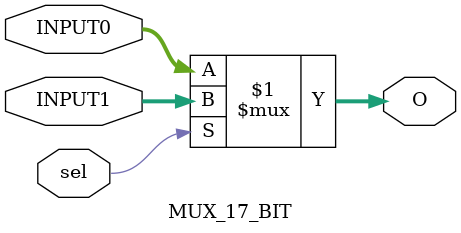
<source format=v>
`timescale 1ns / 1ps
module MUX_17_BIT(
    input  [16:0] INPUT0,
    input  [16:0] INPUT1,
    input  sel,
    output [16:0] O
    );

assign O = (sel) ? INPUT1:INPUT0;


endmodule

</source>
